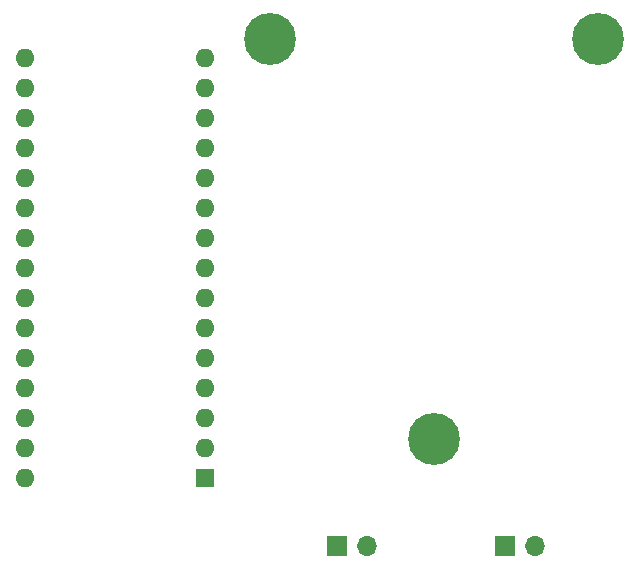
<source format=gbr>
%TF.GenerationSoftware,KiCad,Pcbnew,(7.0.0)*%
%TF.CreationDate,2023-04-30T12:38:50+09:00*%
%TF.ProjectId,RES_project,5245535f-7072-46f6-9a65-63742e6b6963,rev?*%
%TF.SameCoordinates,Original*%
%TF.FileFunction,Soldermask,Bot*%
%TF.FilePolarity,Negative*%
%FSLAX46Y46*%
G04 Gerber Fmt 4.6, Leading zero omitted, Abs format (unit mm)*
G04 Created by KiCad (PCBNEW (7.0.0)) date 2023-04-30 12:38:50*
%MOMM*%
%LPD*%
G01*
G04 APERTURE LIST*
%ADD10R,1.700000X1.700000*%
%ADD11O,1.700000X1.700000*%
%ADD12C,4.400000*%
%ADD13R,1.600000X1.600000*%
%ADD14O,1.600000X1.600000*%
G04 APERTURE END LIST*
D10*
%TO.C,JP2*%
X73999999Y-88199999D03*
D11*
X76539999Y-88199999D03*
%TD*%
D12*
%TO.C,U1*%
X81900000Y-45240000D03*
X68000000Y-79140000D03*
X54100000Y-45240000D03*
%TD*%
D13*
%TO.C,A1*%
X48599999Y-82379999D03*
D14*
X48599999Y-79839999D03*
X48599999Y-77299999D03*
X48599999Y-74759999D03*
X48599999Y-72219999D03*
X48599999Y-69679999D03*
X48599999Y-67139999D03*
X48599999Y-64599999D03*
X48599999Y-62059999D03*
X48599999Y-59519999D03*
X48599999Y-56979999D03*
X48599999Y-54439999D03*
X48599999Y-51899999D03*
X48599999Y-49359999D03*
X48599999Y-46819999D03*
X33359999Y-46819999D03*
X33359999Y-49359999D03*
X33359999Y-51899999D03*
X33359999Y-54439999D03*
X33359999Y-56979999D03*
X33359999Y-59519999D03*
X33359999Y-62059999D03*
X33359999Y-64599999D03*
X33359999Y-67139999D03*
X33359999Y-69679999D03*
X33359999Y-72219999D03*
X33359999Y-74759999D03*
X33359999Y-77299999D03*
X33359999Y-79839999D03*
X33359999Y-82379999D03*
%TD*%
D10*
%TO.C,JP1*%
X59799999Y-88199999D03*
D11*
X62339999Y-88199999D03*
%TD*%
M02*

</source>
